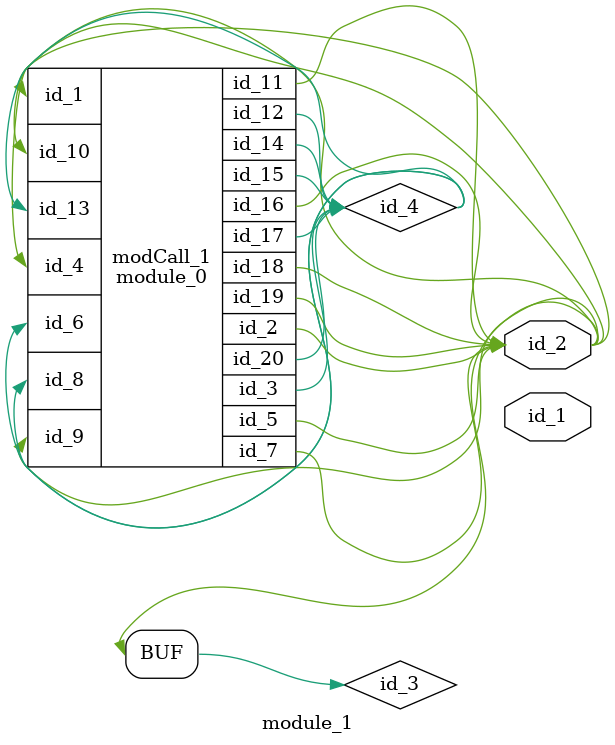
<source format=v>
module module_0 (
    id_1,
    id_2,
    id_3,
    id_4,
    id_5,
    id_6,
    id_7,
    id_8,
    id_9,
    id_10,
    id_11,
    id_12,
    id_13,
    id_14,
    id_15,
    id_16,
    id_17,
    id_18,
    id_19,
    id_20
);
  inout wire id_20;
  inout wire id_19;
  inout wire id_18;
  inout wire id_17;
  inout wire id_16;
  inout wire id_15;
  output wire id_14;
  input wire id_13;
  inout wire id_12;
  output wire id_11;
  input wire id_10;
  input wire id_9;
  input wire id_8;
  output wire id_7;
  input wire id_6;
  inout wire id_5;
  input wire id_4;
  inout wire id_3;
  output wire id_2;
  input wire id_1;
  wire id_21;
endmodule
module module_1 (
    id_1,
    id_2
);
  output wire id_2;
  output wire id_1;
  wire id_3;
  assign id_2 = id_3;
  wire id_4;
  module_0 modCall_1 (
      id_3,
      id_3,
      id_4,
      id_3,
      id_3,
      id_4,
      id_3,
      id_4,
      id_3,
      id_3,
      id_2,
      id_4,
      id_4,
      id_4,
      id_4,
      id_3,
      id_4,
      id_3,
      id_3,
      id_4
  );
endmodule

</source>
